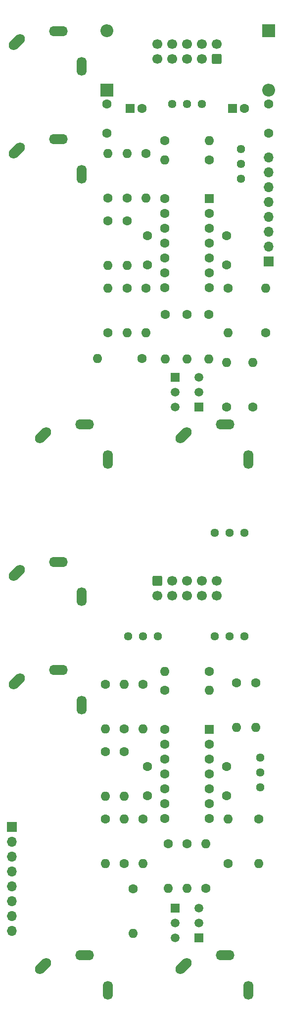
<source format=gts>
%TF.GenerationSoftware,KiCad,Pcbnew,9.0.0*%
%TF.CreationDate,2025-03-16T11:49:47+01:00*%
%TF.ProjectId,DMH_Transistor_VCA_PCB,444d485f-5472-4616-9e73-6973746f725f,1*%
%TF.SameCoordinates,Original*%
%TF.FileFunction,Soldermask,Top*%
%TF.FilePolarity,Negative*%
%FSLAX46Y46*%
G04 Gerber Fmt 4.6, Leading zero omitted, Abs format (unit mm)*
G04 Created by KiCad (PCBNEW 9.0.0) date 2025-03-16 11:49:47*
%MOMM*%
%LPD*%
G01*
G04 APERTURE LIST*
G04 Aperture macros list*
%AMRoundRect*
0 Rectangle with rounded corners*
0 $1 Rounding radius*
0 $2 $3 $4 $5 $6 $7 $8 $9 X,Y pos of 4 corners*
0 Add a 4 corners polygon primitive as box body*
4,1,4,$2,$3,$4,$5,$6,$7,$8,$9,$2,$3,0*
0 Add four circle primitives for the rounded corners*
1,1,$1+$1,$2,$3*
1,1,$1+$1,$4,$5*
1,1,$1+$1,$6,$7*
1,1,$1+$1,$8,$9*
0 Add four rect primitives between the rounded corners*
20,1,$1+$1,$2,$3,$4,$5,0*
20,1,$1+$1,$4,$5,$6,$7,0*
20,1,$1+$1,$6,$7,$8,$9,0*
20,1,$1+$1,$8,$9,$2,$3,0*%
%AMHorizOval*
0 Thick line with rounded ends*
0 $1 width*
0 $2 $3 position (X,Y) of the first rounded end (center of the circle)*
0 $4 $5 position (X,Y) of the second rounded end (center of the circle)*
0 Add line between two ends*
20,1,$1,$2,$3,$4,$5,0*
0 Add two circle primitives to create the rounded ends*
1,1,$1,$2,$3*
1,1,$1,$4,$5*%
G04 Aperture macros list end*
%ADD10RoundRect,0.250000X0.550000X0.550000X-0.550000X0.550000X-0.550000X-0.550000X0.550000X-0.550000X0*%
%ADD11C,1.600000*%
%ADD12R,1.700000X1.700000*%
%ADD13O,1.700000X1.700000*%
%ADD14HorizOval,1.712000X-0.533159X-0.533159X0.533159X0.533159X0*%
%ADD15O,1.712000X3.220000*%
%ADD16O,3.220000X1.712000*%
%ADD17O,1.600000X1.600000*%
%ADD18R,2.200000X2.200000*%
%ADD19O,2.200000X2.200000*%
%ADD20R,1.600000X1.600000*%
%ADD21R,1.500000X1.500000*%
%ADD22C,1.500000*%
%ADD23C,1.440000*%
%ADD24RoundRect,0.250000X-0.600000X0.600000X-0.600000X-0.600000X0.600000X-0.600000X0.600000X0.600000X0*%
%ADD25C,1.700000*%
%ADD26RoundRect,0.250000X0.600000X-0.600000X0.600000X0.600000X-0.600000X0.600000X-0.600000X-0.600000X0*%
G04 APERTURE END LIST*
D10*
%TO.C,U1*%
X86800000Y-72875000D03*
D11*
X86800000Y-75415000D03*
X86800000Y-77955000D03*
X86800000Y-80495000D03*
X86800000Y-83035000D03*
X86800000Y-85575000D03*
X86800000Y-88115000D03*
X79180000Y-88115000D03*
X79180000Y-85575000D03*
X79180000Y-83035000D03*
X79180000Y-80495000D03*
X79180000Y-77955000D03*
X79180000Y-75415000D03*
X79180000Y-72875000D03*
%TD*%
D10*
%TO.C,U2*%
X86800000Y-163625000D03*
D11*
X86800000Y-166165000D03*
X86800000Y-168705000D03*
X86800000Y-171245000D03*
X86800000Y-173785000D03*
X86800000Y-176325000D03*
X86800000Y-178865000D03*
X79180000Y-178865000D03*
X79180000Y-176325000D03*
X79180000Y-173785000D03*
X79180000Y-171245000D03*
X79180000Y-168705000D03*
X79180000Y-166165000D03*
X79180000Y-163625000D03*
%TD*%
D12*
%TO.C,J60*%
X53000000Y-180375000D03*
D13*
X53000000Y-182915000D03*
X53000000Y-185455000D03*
X53000000Y-187995000D03*
X53000000Y-190535000D03*
X53000000Y-193075000D03*
X53000000Y-195615000D03*
X53000000Y-198155000D03*
%TD*%
D14*
%TO.C,J1*%
X53903810Y-46153810D03*
D15*
X65000000Y-50250000D03*
D16*
X61000000Y-44250000D03*
%TD*%
D14*
%TO.C,J3*%
X58403810Y-113403810D03*
D15*
X69500000Y-117500000D03*
D16*
X65500000Y-111500000D03*
%TD*%
D14*
%TO.C,J5*%
X53903810Y-136903810D03*
D15*
X65000000Y-141000000D03*
D16*
X61000000Y-135000000D03*
%TD*%
D12*
%TO.C,J50*%
X97000000Y-83620000D03*
D13*
X97000000Y-81080000D03*
X97000000Y-78540000D03*
X97000000Y-76000000D03*
X97000000Y-73460000D03*
X97000000Y-70920000D03*
X97000000Y-68380000D03*
X97000000Y-65840000D03*
%TD*%
D14*
%TO.C,J7*%
X58403810Y-204153810D03*
D15*
X69500000Y-208250000D03*
D16*
X65500000Y-202250000D03*
%TD*%
D14*
%TO.C,J6*%
X53903810Y-155403810D03*
D15*
X65000000Y-159500000D03*
D16*
X61000000Y-153500000D03*
%TD*%
D14*
%TO.C,J8*%
X82403810Y-204153810D03*
D15*
X93500000Y-208250000D03*
D16*
X89500000Y-202250000D03*
%TD*%
D14*
%TO.C,J2*%
X53903810Y-64653810D03*
D15*
X65000000Y-68750000D03*
D16*
X61000000Y-62750000D03*
%TD*%
D14*
%TO.C,J4*%
X82403810Y-113403810D03*
D15*
X93500000Y-117500000D03*
D16*
X89500000Y-111500000D03*
%TD*%
D11*
%TO.C,R26*%
X69000000Y-167440000D03*
D17*
X69000000Y-175060000D03*
%TD*%
D18*
%TO.C,D2*%
X97000000Y-44170000D03*
D19*
X97000000Y-54330000D03*
%TD*%
D20*
%TO.C,C2*%
X90794888Y-57500000D03*
D11*
X92794888Y-57500000D03*
%TD*%
D18*
%TO.C,D1*%
X69250000Y-54330000D03*
D19*
X69250000Y-44170000D03*
%TD*%
D11*
%TO.C,R17*%
X69500000Y-76690000D03*
D17*
X69500000Y-84310000D03*
%TD*%
D11*
%TO.C,R3*%
X86810000Y-66250000D03*
D17*
X79190000Y-66250000D03*
%TD*%
D11*
%TO.C,R25*%
X69000000Y-155940000D03*
D17*
X69000000Y-163560000D03*
%TD*%
D11*
%TO.C,C6*%
X76250000Y-84250000D03*
X76250000Y-79250000D03*
%TD*%
%TO.C,R1*%
X79190000Y-63000000D03*
D17*
X86810000Y-63000000D03*
%TD*%
D21*
%TO.C,Q1*%
X81000000Y-103460000D03*
D22*
X81000000Y-106000000D03*
X81000000Y-108540000D03*
%TD*%
D11*
%TO.C,R32*%
X90000000Y-186560000D03*
D17*
X90000000Y-178940000D03*
%TD*%
D21*
%TO.C,Q2*%
X85050000Y-108550000D03*
D22*
X85050000Y-106010000D03*
X85050000Y-103470000D03*
%TD*%
D11*
%TO.C,C3*%
X69250000Y-56750000D03*
X69250000Y-61750000D03*
%TD*%
%TO.C,R12*%
X86750000Y-92690000D03*
D17*
X86750000Y-100310000D03*
%TD*%
D11*
%TO.C,R42*%
X69000000Y-178940000D03*
D17*
X69000000Y-186560000D03*
%TD*%
D23*
%TO.C,RV8*%
X95500000Y-168460000D03*
X95500000Y-171000000D03*
X95500000Y-173540000D03*
%TD*%
D11*
%TO.C,C7*%
X89750000Y-170000000D03*
X89750000Y-175000000D03*
%TD*%
%TO.C,R41*%
X72250000Y-186560000D03*
D17*
X72250000Y-178940000D03*
%TD*%
D11*
%TO.C,C4*%
X97000000Y-61750000D03*
X97000000Y-56750000D03*
%TD*%
%TO.C,R35*%
X73750000Y-190940000D03*
D17*
X73750000Y-198560000D03*
%TD*%
D11*
%TO.C,C8*%
X76250000Y-175000000D03*
X76250000Y-170000000D03*
%TD*%
%TO.C,R30*%
X72250000Y-163560000D03*
D17*
X72250000Y-155940000D03*
%TD*%
D11*
%TO.C,R36*%
X79750000Y-183190000D03*
D17*
X79750000Y-190810000D03*
%TD*%
D21*
%TO.C,Q3*%
X85050000Y-199290000D03*
D22*
X85050000Y-196750000D03*
X85050000Y-194210000D03*
%TD*%
D11*
%TO.C,R38*%
X95250000Y-178940000D03*
D17*
X95250000Y-186560000D03*
%TD*%
D23*
%TO.C,RV10*%
X92800000Y-130000000D03*
X90260000Y-130000000D03*
X87720000Y-130000000D03*
%TD*%
D11*
%TO.C,R15*%
X89750000Y-108560000D03*
D17*
X89750000Y-100940000D03*
%TD*%
D11*
%TO.C,R4*%
X90000000Y-88190000D03*
D17*
X90000000Y-95810000D03*
%TD*%
D23*
%TO.C,RV12*%
X92790000Y-147750000D03*
X90250000Y-147750000D03*
X87710000Y-147750000D03*
%TD*%
D11*
%TO.C,R31*%
X72250000Y-167440000D03*
D17*
X72250000Y-175060000D03*
%TD*%
D11*
%TO.C,C5*%
X89750000Y-79250000D03*
X89750000Y-84250000D03*
%TD*%
D20*
%TO.C,C1*%
X73294888Y-57500000D03*
D11*
X75294888Y-57500000D03*
%TD*%
%TO.C,R39*%
X75500000Y-178940000D03*
D17*
X75500000Y-186560000D03*
%TD*%
D11*
%TO.C,R7*%
X69500000Y-95810000D03*
D17*
X69500000Y-88190000D03*
%TD*%
D11*
%TO.C,R16*%
X72750000Y-76690000D03*
D17*
X72750000Y-84310000D03*
%TD*%
D23*
%TO.C,RV7*%
X92250000Y-64450000D03*
X92250000Y-66990000D03*
X92250000Y-69530000D03*
%TD*%
%TO.C,RV9*%
X85540000Y-56750000D03*
X83000000Y-56750000D03*
X80460000Y-56750000D03*
%TD*%
D11*
%TO.C,R22*%
X91500000Y-155690000D03*
D17*
X91500000Y-163310000D03*
%TD*%
D11*
%TO.C,R20*%
X72750000Y-72810000D03*
D17*
X72750000Y-65190000D03*
%TD*%
D11*
%TO.C,R6*%
X96500000Y-95810000D03*
D17*
X96500000Y-88190000D03*
%TD*%
D11*
%TO.C,R23*%
X94750000Y-155690000D03*
D17*
X94750000Y-163310000D03*
%TD*%
D24*
%TO.C,J200*%
X77920000Y-138247500D03*
D25*
X80460000Y-138247500D03*
X83000000Y-138247500D03*
X85540000Y-138247500D03*
X88080000Y-138247500D03*
X77920000Y-140787500D03*
X80460000Y-140787500D03*
X83000000Y-140787500D03*
X85540000Y-140787500D03*
X88080000Y-140787500D03*
%TD*%
D11*
%TO.C,R9*%
X72750000Y-88190000D03*
D17*
X72750000Y-95810000D03*
%TD*%
D11*
%TO.C,R10*%
X79250000Y-92690000D03*
D17*
X79250000Y-100310000D03*
%TD*%
D11*
%TO.C,R13*%
X83000000Y-92690000D03*
D17*
X83000000Y-100310000D03*
%TD*%
D11*
%TO.C,R19*%
X69500000Y-72810000D03*
D17*
X69500000Y-65190000D03*
%TD*%
D11*
%TO.C,R14*%
X94250000Y-108560000D03*
D17*
X94250000Y-100940000D03*
%TD*%
D11*
%TO.C,R24*%
X79190000Y-157000000D03*
D17*
X86810000Y-157000000D03*
%TD*%
D11*
%TO.C,R34*%
X83000000Y-183190000D03*
D17*
X83000000Y-190810000D03*
%TD*%
D11*
%TO.C,R11*%
X75310000Y-100250000D03*
D17*
X67690000Y-100250000D03*
%TD*%
D23*
%TO.C,RV11*%
X78040000Y-147750000D03*
X75500000Y-147750000D03*
X72960000Y-147750000D03*
%TD*%
D11*
%TO.C,R33*%
X86250000Y-190810000D03*
D17*
X86250000Y-183190000D03*
%TD*%
D11*
%TO.C,R8*%
X76000000Y-88190000D03*
D17*
X76000000Y-95810000D03*
%TD*%
D26*
%TO.C,J100*%
X88080000Y-49002500D03*
D25*
X88080000Y-46462500D03*
X85540000Y-49002500D03*
X85540000Y-46462500D03*
X83000000Y-49002500D03*
X83000000Y-46462500D03*
X80460000Y-49002500D03*
X80460000Y-46462500D03*
X77920000Y-49002500D03*
X77920000Y-46462500D03*
%TD*%
D11*
%TO.C,R29*%
X75500000Y-155940000D03*
D17*
X75500000Y-163560000D03*
%TD*%
D21*
%TO.C,Q4*%
X81000000Y-194210000D03*
D22*
X81000000Y-196750000D03*
X81000000Y-199290000D03*
%TD*%
D11*
%TO.C,R28*%
X86810000Y-153750000D03*
D17*
X79190000Y-153750000D03*
%TD*%
D11*
%TO.C,R18*%
X76000000Y-65190000D03*
D17*
X76000000Y-72810000D03*
%TD*%
M02*

</source>
